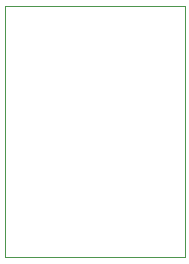
<source format=gbr>
%TF.GenerationSoftware,KiCad,Pcbnew,(5.1.10)-1*%
%TF.CreationDate,2021-10-28T23:59:16+02:00*%
%TF.ProjectId,Battery Charger Li-Po,42617474-6572-4792-9043-686172676572,rev?*%
%TF.SameCoordinates,Original*%
%TF.FileFunction,Profile,NP*%
%FSLAX46Y46*%
G04 Gerber Fmt 4.6, Leading zero omitted, Abs format (unit mm)*
G04 Created by KiCad (PCBNEW (5.1.10)-1) date 2021-10-28 23:59:16*
%MOMM*%
%LPD*%
G01*
G04 APERTURE LIST*
%TA.AperFunction,Profile*%
%ADD10C,0.050000*%
%TD*%
G04 APERTURE END LIST*
D10*
X147320000Y-137160000D02*
X147320000Y-115890000D01*
X147320000Y-137160000D02*
X132080000Y-137160000D01*
X147320000Y-115890000D02*
X132080000Y-115890000D01*
X132080000Y-137160000D02*
X132080000Y-115890000D01*
M02*

</source>
